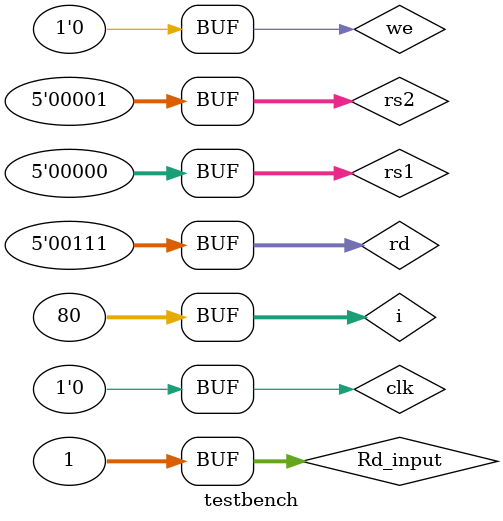
<source format=v>
`include "rv_reg_file.v"
`timescale 10ns/1ns
/*
 input clk,
  input [(ADDR_WIDTH-1):0] rs1,
  input [(ADDR_WIDTH-1):0] rs2,
  input [(ADDR_WIDTH-1):0] rd,
  output reg [(DATA_WIDTH-1):0] Rs1_out,
  output reg [(DATA_WIDTH-1):0] Rs2_out,
  input [(DATA_WIDTH-1):0] Rd_input,
  input we
*/
module testbench; // input and output test signals
reg clk;
reg [4:0] rs1;
reg [4:0] rs2;
reg [4:0] rd;
wire [31:0] Rs1_out;
wire [31:0] Rs2_out;
reg [31:0] Rd_input;
reg we;

rv_reg_file dut ( clk, rs1, rs2, rd, Rs1_out, Rs2_out, Rd_input, we);    
integer i;
initial
begin
   clk = 1'b0; rs1 = 5'h00; rs2 = 5'h01; rd = 5'h02; we=1'b0;
   #10;
   i = 0;
   rs1 <= #i 5'h00; rs2 <= #i 5'h01; rd <= #i 5'h02; Rd_input <= #i 32'h01; we <= #i 1'b0; i = i + 20;
   rs1 <= #i 5'h01; rs2 <= #i 5'h01; rd <= #i 5'h01; Rd_input <= #i 32'h77; we <= #i 1'b0; i = i + 20; //we = 1'b1;
   rs1 <= #i 5'h02; rs2 <= #i 5'h01; rd <= #i 5'h02; Rd_input <= #i 32'h01; we <= #i 1'b0; i = i + 20; //we = 1'b1;
   rs1 <= #i 5'h03; rs2 <= #i 5'h02; rd <= #i 5'h03; Rd_input <= #i 32'h01; we <= #i 1'b0; i = i + 20;
   rs1 <= #i 5'h04; rs2 <= #i 5'h04; rd <= #i 5'h04; Rd_input <= #i 32'h01; we <= #i 1'b1; i = i + 20; 
   rs1 <= #i 5'h05; rs2 <= #i 5'h04; rd <= #i 5'h05; Rd_input <= #i 32'h01; we <= #i 1'b0; i = i + 20; //we = 1'b0;
   rs1 <= #i 5'h00; rs2 <= #i 5'h01; rd <= #i 5'h06; Rd_input <= #i 32'h01; we <= #i 1'b0; i = i + 20; 
   rs1 <= #i 5'h00; rs2 <= #i 5'h01; rd <= #i 5'h07; Rd_input <= #i 32'h01; we <= #i 1'b0; i = i + 20;

   for(i=0; i < 80; i = i+1)
      #10 clk = ~clk;
end

initial         
  $monitor("Rs1=%h Rs2=%h ",
            Rs2_out, Rs2_out);    
initial         
  $dumpvars;  //iverilog dump init
endmodule
</source>
